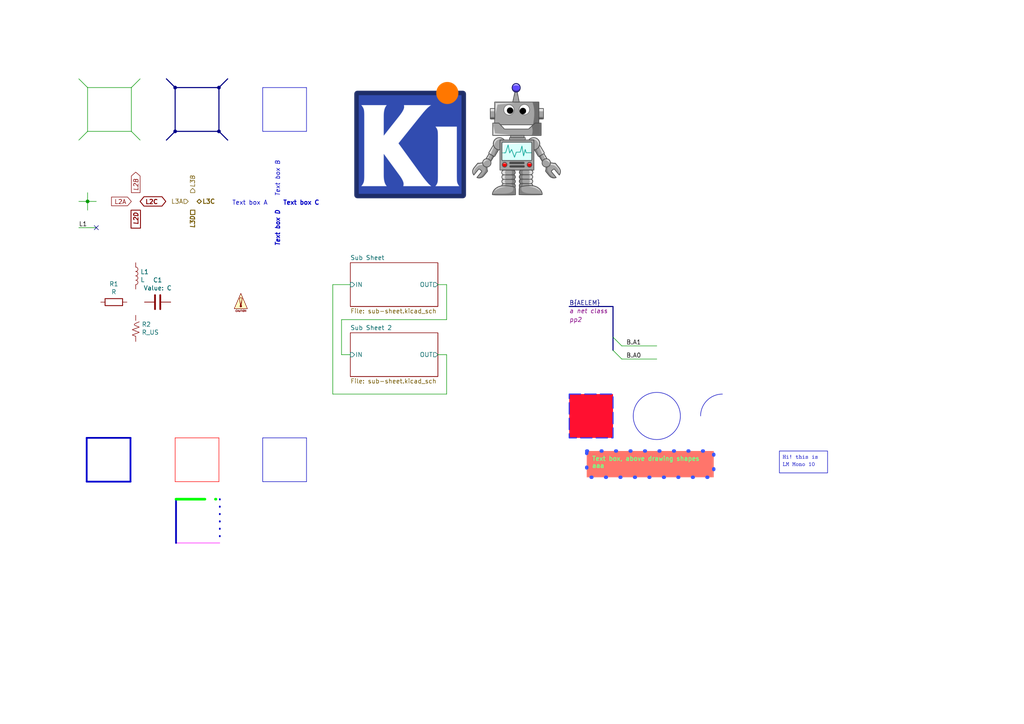
<source format=kicad_sch>
(kicad_sch (version 20241209) (generator "eeschema") (generator_version "9.0")
  (paper "A4")
  (title_block (title "Title") (date "2020-08-12") (rev "r1B") (company "Company") (comment 1 "Comment 1") (comment 2 "Comment 2") (comment 3 "Comment 3") (comment 4 "@Comment4@"))
  (lib_symbols
    (symbol "Device:C" (pin_numbers (hide yes)) (pin_names (offset 0.254))
      (property "Reference" "C" (at 0.635 2.54 0))
      (property "Value" "C" (at 0.635 -2.54 0))
      (symbol "C_0_1"
        (polyline (pts (xy -2.032 0.762) (xy 2.032 0.762)) (stroke (width 0.508)))
        (polyline (pts (xy -2.032 -0.762) (xy 2.032 -0.762)) (stroke (width 0.508)))
      )
      (symbol "C_1_1"
        (pin passive line (at 0 3.81 270) (length 2.794) (name "~") (number "1"))
        (pin passive line (at 0 -3.81 90) (length 2.794) (name "~") (number "2"))
      )
    )
    (symbol "Device:L" (pin_numbers (hide yes)) (pin_names (offset 1.016) (hide yes))
      (property "Reference" "L" (at -1.27 0 90))
      (property "Value" "L" (at 1.905 0 90))
      (symbol "L_0_1"
        (arc (start 0 2.54) (mid 0.6323 1.905) (end 0 1.27))
        (arc (start 0 1.27) (mid 0.6323 0.635) (end 0 0))
        (arc (start 0 0) (mid 0.6323 -0.635) (end 0 -1.27))
        (arc (start 0 -1.27) (mid 0.6323 -1.905) (end 0 -2.54))
      )
      (symbol "L_1_1"
        (pin passive line (at 0 3.81 270) (length 1.27) (name "1") (number "1"))
        (pin passive line (at 0 -3.81 90) (length 1.27) (name "2") (number "2"))
      )
    )
    (symbol "Device:R_US" (pin_numbers (hide yes)) (pin_names (offset 0))
      (property "Reference" "R" (at 2.54 0 90))
      (property "Value" "R_US" (at -2.54 0 90))
      (symbol "R_US_0_0"
        (polyline (pts (xy 0 2.286) (xy 1.016 1.905) (xy 0 1.524) (xy -1.016 1.143) (xy 0 0.762)))
        (polyline (pts (xy 0 2.286) (xy 0 2.54)))
        (polyline (pts (xy 0 0.762) (xy 1.016 0.381) (xy 0 0) (xy -1.016 -0.381) (xy 0 -0.762)))
        (bezier (pts (xy 0 -0.762) (xy 1.016 -1.143) (xy 0 -1.524) (xy -1.016 -1.905)))
        (polyline (pts (xy 0 -2.286) (xy 0 -2.54)))
      )
      (symbol "R_US_1_1"
        (pin passive line (at 0 3.81 270) (length 1.27) (name "~") (number "1"))
        (pin passive line (at 0 -3.81 90) (length 1.27) (name "~") (number "2"))
      )
      (symbol "R_US_1_2"
        (pin passive line (at 0 3.81 270) (length 1.27) (name "~") (number "1"))
        (pin passive line (at 0 -3.81 90) (length 1.27) (name "~") (number "2"))
      )
    )
    (symbol "l1:Resistor" (pin_numbers (hide yes)) (pin_names (offset 0))
      (property "Reference" "R" (at 2.032 0 90))
      (property "Value" "Resistor" (at 0 0 90))
      (symbol "Resistor_0_1"
        (rectangle (start -1.016 -2.54) (end 1.016 2.54) (stroke (width 0.254)))
      )
      (symbol "Resistor_1_1"
        (pin passive line (at 0 3.81 270) (length 1.27) (name "~") (number "1"))
        (pin passive line (at 0 -3.81 90) (length 1.27) (name "~") (number "2"))
      )
    )
    (symbol "l1:SYM_CAUTION" (pin_names (offset 1.016))
      (symbol "SYM_CAUTION_0_0"
        (polyline (pts (xy -1.27 -1.905) (xy 1.905 -1.905) (xy 0 2.54) (xy -1.905 -1.905) (xy -1.27 -1.905)) (fill (type background)))
        (polyline (pts (xy -0.127 -0.762) (xy -0.381 1.016)) (fill (type outline)))
        (polyline (pts (xy -0.127 -0.762) (xy 0.127 -0.762) (xy 0.381 1.016)) (fill (type outline)))
        (arc (start -0.381 1.016) (mid 0 1.2906) (end 0.381 1.016))
        (circle (center 0 -1.1684) (radius 0.254) (fill (type outline)))
        (text "CAUTION" (at 0 -2.54 0) (effects (font (size 0.508 0.508) (italic yes))))
      )
    )
  )
  (bus_alias "AELEM" (members "A1" "A0"))
  (arc (start 203.2 120.65) (mid 205.0599 116.1599) (end 209.55 114.3))
  (circle (center 190.5 120.65) (radius 6.8392))
  (rectangle (start 165.1 114.3) (end 177.8 127) (stroke (width 0.3) (type dash) (color 14 44 255 1)) (fill (type color) (color 255 16 48 1)))
  (text "Text box B" (at 81.28 57.15 90) (effects (font (size 1.27 1.27) (italic yes)) (justify left bottom)))
  (text "Text box A" (at 67.31 59.69 0) (effects (font (size 1.27 1.27)) (justify left bottom)))
  (text "Text box C" (at 92.71 59.69 0) (effects (font (size 1.27 1.27) (thickness 0.254) (bold yes)) (justify right bottom)))
  (text "Text box D" (at 81.28 60.96 90) (effects (font (size 1.27 1.27) (thickness 0.254) (bold yes) (italic yes)) (justify right bottom)))
  (text_box "Hi! this is LM Mono 10" (at 226.06 130.81 0) (size 13.97 6.35) (margins 0.9525 0.9525 0.9525 0.9525) (effects (font (size 1.27 1.27)) (justify left top)))
  (text_box "Text box, above drawing shapes aaa" (at 170.18 130.81 0) (size 36.83 7.62) (margins 1.4525 1.4525 1.4525 1.4525) (stroke (width 1) (type dot) (color 56 85 255 1)) (fill (type color) (color 255 117 107 1)) (effects (font (size 1.27 1.27) (thickness 0.254) (bold yes)) (justify left top)))
  (junction (at 63.5 25.4))
  (junction (at 63.5 38.1))
  (junction (at 25.4 58.42))
  (junction (at 50.8 38.1))
  (junction (at 50.8 25.4))
  (no_connect (at 27.94 66.04))
  (bus_entry (at 177.8 101.6) (size 2.54 2.54))
  (bus_entry (at 177.8 97.79) (size 2.54 2.54))
  (bus_entry (at 25.4 25.4) (size -2.54 -2.54))
  (bus_entry (at 38.1 38.1) (size 2.54 2.54))
  (bus_entry (at 25.4 38.1) (size -2.54 2.54))
  (bus_entry (at 38.1 25.4) (size 2.54 -2.54))
  (wire (pts (xy 99.06 92.71) (xy 99.06 102.87)))
  (polyline (pts (xy 25.146 127) (xy 37.846 127)) (stroke (width 0.508)))
  (polyline (pts (xy 88.9 25.4) (xy 88.9 38.1)))
  (polyline (pts (xy 37.846 139.7) (xy 25.146 139.7)) (stroke (width 0.508)))
  (wire (pts (xy 38.1 38.1) (xy 25.4 38.1)))
  (polyline (pts (xy 88.9 139.7) (xy 76.2 139.7)) (stroke (width 0) (type solid)))
  (wire (pts (xy 129.54 114.3) (xy 96.52 114.3)))
  (polyline (pts (xy 50.8 139.7) (xy 50.8 127)) (stroke (width 0) (color 255 0 0 1)))
  (polyline (pts (xy 37.846 127) (xy 37.846 139.7)) (stroke (width 0.508)))
  (bus (pts (xy 177.8 88.9) (xy 177.8 97.79)))
  (polyline (pts (xy 76.2 127) (xy 88.9 127)) (stroke (width 0) (type solid)))
  (wire (pts (xy 25.4 58.42) (xy 27.94 58.42)))
  (bus (pts (xy 50.8 25.4) (xy 48.26 22.86)))
  (wire (pts (xy 96.52 82.55) (xy 101.6 82.55)))
  (wire (pts (xy 129.54 82.55) (xy 129.54 92.71)))
  (wire (pts (xy 22.86 58.42) (xy 25.4 58.42)))
  (polyline (pts (xy 51.054 144.78) (xy 63.754 144.78)) (stroke (width 0.762) (type dash_dot) (color 0 255 0 1)))
  (polyline (pts (xy 76.2 25.4) (xy 88.9 25.4)))
  (bus (pts (xy 50.8 38.1) (xy 48.26 40.64)))
  (bus (pts (xy 63.5 38.1) (xy 66.04 40.64)))
  (polyline (pts (xy 50.8 127) (xy 63.5 127)) (stroke (width 0) (color 255 0 0 1)))
  (wire (pts (xy 129.54 102.87) (xy 129.54 114.3)))
  (wire (pts (xy 127 102.87) (xy 129.54 102.87)))
  (wire (pts (xy 99.06 102.87) (xy 101.6 102.87)))
  (bus (pts (xy 63.5 25.4) (xy 63.5 38.1)))
  (wire (pts (xy 25.4 25.4) (xy 38.1 25.4)))
  (polyline (pts (xy 88.9 127) (xy 88.9 139.7)) (stroke (width 0) (type solid)))
  (wire (pts (xy 180.34 104.14) (xy 190.5 104.14)))
  (polyline (pts (xy 76.2 139.7) (xy 76.2 127)) (stroke (width 0) (type solid)))
  (polyline (pts (xy 51.054 157.48) (xy 51.054 144.78)) (stroke (width 0.508)))
  (wire (pts (xy 127 82.55) (xy 129.54 82.55)))
  (polyline (pts (xy 76.2 38.1) (xy 76.2 25.4)))
  (bus (pts (xy 177.8 97.79) (xy 177.8 101.6)))
  (bus (pts (xy 63.5 25.4) (xy 66.04 22.86)))
  (wire (pts (xy 180.34 100.33) (xy 190.5 100.33)))
  (wire (pts (xy 22.86 66.04) (xy 27.94 66.04)))
  (polyline (pts (xy 63.5 139.7) (xy 50.8 139.7)) (stroke (width 0) (color 255 0 0 1)))
  (bus (pts (xy 50.8 25.4) (xy 63.5 25.4)))
  (wire (pts (xy 25.4 58.42) (xy 25.4 60.96)))
  (wire (pts (xy 38.1 25.4) (xy 38.1 38.1)))
  (wire (pts (xy 129.54 92.71) (xy 99.06 92.71)))
  (wire (pts (xy 96.52 114.3) (xy 96.52 82.55)))
  (bus (pts (xy 165.1 88.9) (xy 177.8 88.9)))
  (polyline (pts (xy 63.754 157.48) (xy 51.054 157.48)) (stroke (width 0) (type solid) (color 255 0 255 1)))
  (polyline (pts (xy 88.9 38.1) (xy 76.2 38.1)))
  (polyline (pts (xy 25.146 139.7) (xy 25.146 127)) (stroke (width 0.508)))
  (wire (pts (xy 25.4 38.1) (xy 25.4 25.4)))
  (polyline (pts (xy 63.754 144.78) (xy 63.754 157.48)) (stroke (width 0.508) (type dot)))
  (bus (pts (xy 50.8 38.1) (xy 50.8 25.4)))
  (bus (pts (xy 63.5 38.1) (xy 50.8 38.1)))
  (polyline (pts (xy 63.5 127) (xy 63.5 139.7)) (stroke (width 0) (color 255 0 0 1)))
  (wire (pts (xy 25.4 55.88) (xy 25.4 58.42)))
  (image (at 133.35 40.64) (scale 0.94))
  (label "B.A0" (at 181.61 104.14 0))
  (label "B.A1" (at 181.61 100.33 0))
  (label "L1" (at 22.86 66.04 0))
  (label "B{AELEM}" (at 165.1 88.9 0) (property "Netclass" "a net class" (at 165.1 90.17 0) (effects (font (italic yes)) (justify left))) (property "Something" "pp2" (at 165.1 92.71 0) (effects (font (italic yes)) (justify left))))
  (global_label "L2B" (shape output) (at 39.37 55.88 90) (effects (font (italic yes))) (property "Intersheetrefs" "${INTERSHEET_REFS}" (effects (hide yes))))
  (global_label "L2A" (shape input) (at 38.1 58.42 180) (property "Intersheetrefs" "${INTERSHEET_REFS}" (effects (hide yes))))
  (global_label "L2C" (shape bidirectional) (at 40.64 58.42 0) (effects (font (thickness 0.254) (bold yes))) (property "Intersheetrefs" "${INTERSHEET_REFS}" (effects (hide yes))))
  (global_label "L2D" (shape passive) (at 39.37 60.96 270) (effects (font (thickness 0.254) (bold yes) (italic yes))) (property "Intersheetrefs" "${INTERSHEET_REFS}" (effects (hide yes))))
  (hierarchical_label "L3B" (shape output) (at 55.88 55.88 90) (effects (font (italic yes))))
  (hierarchical_label "L3C" (shape bidirectional) (at 57.15 58.42 0) (effects (font (thickness 0.254) (bold yes))))
  (hierarchical_label "L3A" (shape input) (at 54.61 58.42 180))
  (hierarchical_label "L3D" (shape passive) (at 55.88 60.96 270) (effects (font (thickness 0.254) (bold yes) (italic yes))))
  (symbol (lib_id "l1:Resistor") (at 33.02 87.63 270) (unit 1)
    (property "Reference" "R1" (at 33.02 82.3722 90))
    (property "Value" "R" (at 33.02 84.6836 90))
    (property "Test" "Hi! \"quoted text\"" (effects (hide yes)))
  )
  (symbol (lib_id "Device:L") (at 39.37 80.01 0) (unit 1)
    (property "Reference" "L1" (at 40.7162 78.8416 0) (effects (justify left)))
    (property "Value" "L" (at 40.7162 81.153 0) (effects (justify left)))
  )
  (symbol (lib_id "Device:C") (at 45.72 87.63 90) (unit 1)
    (property "Reference" "C1" (at 45.72 81.2292 90))
    (property "Value" "C" (at 45.72 83.5406 90) (show_name yes))
  )
  (symbol (lib_id "Device:R_US") (at 39.37 95.25 180) (unit 1) (convert 2)
    (property "Reference" "R2" (at 41.0972 94.0816 0) (effects (justify right)))
    (property "Value" "R_US" (at 41.0972 96.393 0) (effects (justify right)))
  )
  (symbol (lib_id "l1:SYM_CAUTION") (at 69.85 87.63 0) (unit 1)
    (property "Reference" "#SYM_CAUTION1" (effects (hide yes)))
    (property "Value" "SYM_CAUTION" (effects (hide yes)))
  )
  (sheet (at 101.6 76.2) (size 25.4 12.7)
    (property "Sheetname" "Sub Sheet" (at 101.6 75.4884 0) (effects (justify left bottom)))
    (property "Sheetfile" "sub-sheet.kicad_sch" (at 101.6 89.4846 0) (effects (justify left top)))
    (pin "OUT" output (at 127 82.55 0))
    (pin "IN" input (at 101.6 82.55 180))
  )
  (sheet (at 101.6 96.52) (size 25.4 12.7) (in_bom no)
    (property "Sheetname" "Sub Sheet 2" (at 101.6 95.8084 0) (effects (justify left bottom)))
    (property "Sheetfile" "sub-sheet.kicad_sch" (at 101.6 109.8046 0) (effects (justify left top)))
    (pin "OUT" output (at 127 102.87 0))
    (pin "IN" input (at 101.6 102.87 180))
  )
)
</source>
